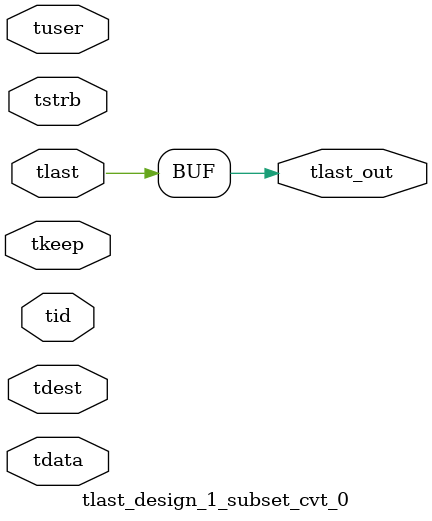
<source format=v>


`timescale 1ps/1ps

module tlast_design_1_subset_cvt_0 #
(
parameter C_S_AXIS_TID_WIDTH   = 1,
parameter C_S_AXIS_TUSER_WIDTH = 0,
parameter C_S_AXIS_TDATA_WIDTH = 0,
parameter C_S_AXIS_TDEST_WIDTH = 0
)
(
input  [(C_S_AXIS_TID_WIDTH   == 0 ? 1 : C_S_AXIS_TID_WIDTH)-1:0       ] tid,
input  [(C_S_AXIS_TDATA_WIDTH == 0 ? 1 : C_S_AXIS_TDATA_WIDTH)-1:0     ] tdata,
input  [(C_S_AXIS_TUSER_WIDTH == 0 ? 1 : C_S_AXIS_TUSER_WIDTH)-1:0     ] tuser,
input  [(C_S_AXIS_TDEST_WIDTH == 0 ? 1 : C_S_AXIS_TDEST_WIDTH)-1:0     ] tdest,
input  [(C_S_AXIS_TDATA_WIDTH/8)-1:0 ] tkeep,
input  [(C_S_AXIS_TDATA_WIDTH/8)-1:0 ] tstrb,
input  [0:0]                                                             tlast,
output                                                                   tlast_out
);

assign tlast_out = {tlast};

endmodule


</source>
